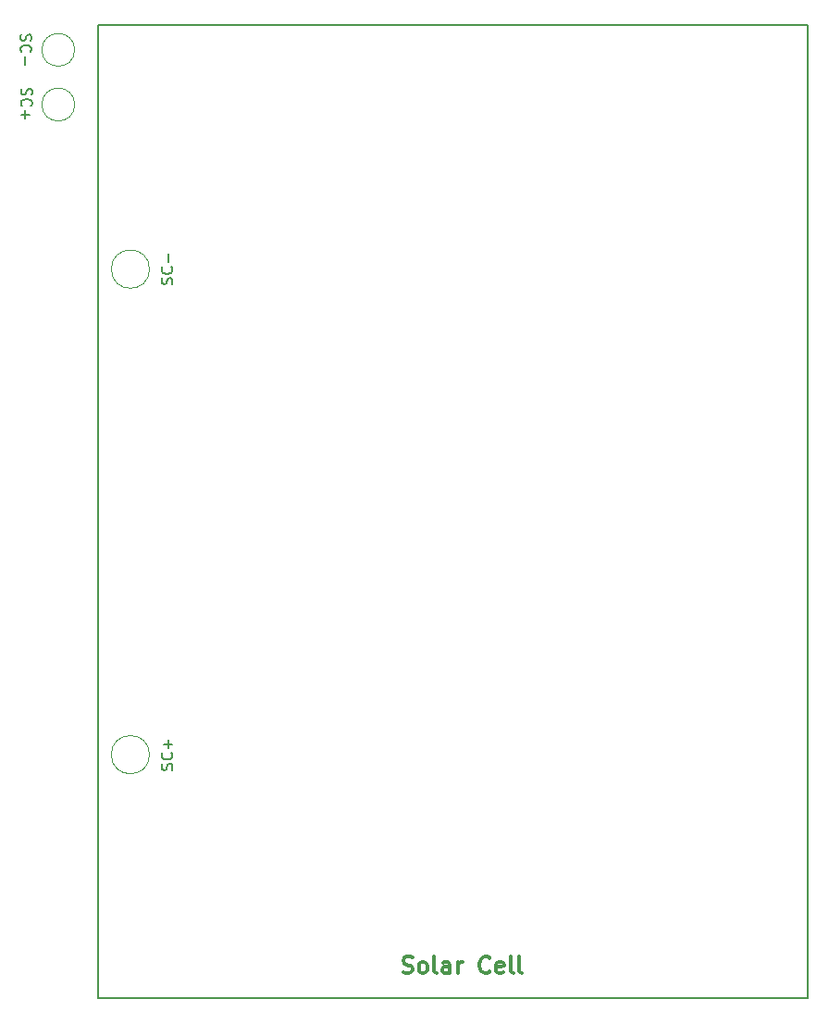
<source format=gto>
G04 #@! TF.GenerationSoftware,KiCad,Pcbnew,(6.0.5-0)*
G04 #@! TF.CreationDate,2022-12-26T00:11:25-05:00*
G04 #@! TF.ProjectId,solar-cell-pcbs-usb,736f6c61-722d-4636-956c-6c2d70636273,2*
G04 #@! TF.SameCoordinates,Original*
G04 #@! TF.FileFunction,Legend,Top*
G04 #@! TF.FilePolarity,Positive*
%FSLAX46Y46*%
G04 Gerber Fmt 4.6, Leading zero omitted, Abs format (unit mm)*
G04 Created by KiCad (PCBNEW (6.0.5-0)) date 2022-12-26 00:11:25*
%MOMM*%
%LPD*%
G01*
G04 APERTURE LIST*
%ADD10C,0.200000*%
%ADD11C,0.300000*%
%ADD12C,0.150000*%
%ADD13C,0.120000*%
%ADD14C,2.000000*%
%ADD15C,5.600000*%
%ADD16C,3.000000*%
G04 APERTURE END LIST*
D10*
X79600000Y-46000000D02*
X144600000Y-46000000D01*
X79600000Y-135000000D02*
X144600000Y-135000000D01*
X79600000Y-135000000D02*
X79600000Y-46000000D01*
X144600000Y-46000000D02*
X144600000Y-135000000D01*
D11*
X107557142Y-132607142D02*
X107771428Y-132678571D01*
X108128571Y-132678571D01*
X108271428Y-132607142D01*
X108342857Y-132535714D01*
X108414285Y-132392857D01*
X108414285Y-132250000D01*
X108342857Y-132107142D01*
X108271428Y-132035714D01*
X108128571Y-131964285D01*
X107842857Y-131892857D01*
X107700000Y-131821428D01*
X107628571Y-131750000D01*
X107557142Y-131607142D01*
X107557142Y-131464285D01*
X107628571Y-131321428D01*
X107700000Y-131250000D01*
X107842857Y-131178571D01*
X108200000Y-131178571D01*
X108414285Y-131250000D01*
X109271428Y-132678571D02*
X109128571Y-132607142D01*
X109057142Y-132535714D01*
X108985714Y-132392857D01*
X108985714Y-131964285D01*
X109057142Y-131821428D01*
X109128571Y-131750000D01*
X109271428Y-131678571D01*
X109485714Y-131678571D01*
X109628571Y-131750000D01*
X109700000Y-131821428D01*
X109771428Y-131964285D01*
X109771428Y-132392857D01*
X109700000Y-132535714D01*
X109628571Y-132607142D01*
X109485714Y-132678571D01*
X109271428Y-132678571D01*
X110628571Y-132678571D02*
X110485714Y-132607142D01*
X110414285Y-132464285D01*
X110414285Y-131178571D01*
X111842857Y-132678571D02*
X111842857Y-131892857D01*
X111771428Y-131750000D01*
X111628571Y-131678571D01*
X111342857Y-131678571D01*
X111200000Y-131750000D01*
X111842857Y-132607142D02*
X111700000Y-132678571D01*
X111342857Y-132678571D01*
X111200000Y-132607142D01*
X111128571Y-132464285D01*
X111128571Y-132321428D01*
X111200000Y-132178571D01*
X111342857Y-132107142D01*
X111700000Y-132107142D01*
X111842857Y-132035714D01*
X112557142Y-132678571D02*
X112557142Y-131678571D01*
X112557142Y-131964285D02*
X112628571Y-131821428D01*
X112700000Y-131750000D01*
X112842857Y-131678571D01*
X112985714Y-131678571D01*
X115485714Y-132535714D02*
X115414285Y-132607142D01*
X115200000Y-132678571D01*
X115057142Y-132678571D01*
X114842857Y-132607142D01*
X114700000Y-132464285D01*
X114628571Y-132321428D01*
X114557142Y-132035714D01*
X114557142Y-131821428D01*
X114628571Y-131535714D01*
X114700000Y-131392857D01*
X114842857Y-131250000D01*
X115057142Y-131178571D01*
X115200000Y-131178571D01*
X115414285Y-131250000D01*
X115485714Y-131321428D01*
X116700000Y-132607142D02*
X116557142Y-132678571D01*
X116271428Y-132678571D01*
X116128571Y-132607142D01*
X116057142Y-132464285D01*
X116057142Y-131892857D01*
X116128571Y-131750000D01*
X116271428Y-131678571D01*
X116557142Y-131678571D01*
X116700000Y-131750000D01*
X116771428Y-131892857D01*
X116771428Y-132035714D01*
X116057142Y-132178571D01*
X117628571Y-132678571D02*
X117485714Y-132607142D01*
X117414285Y-132464285D01*
X117414285Y-131178571D01*
X118414285Y-132678571D02*
X118271428Y-132607142D01*
X118200000Y-132464285D01*
X118200000Y-131178571D01*
D12*
X72645238Y-51795238D02*
X72597619Y-51938095D01*
X72597619Y-52176190D01*
X72645238Y-52271428D01*
X72692857Y-52319047D01*
X72788095Y-52366666D01*
X72883333Y-52366666D01*
X72978571Y-52319047D01*
X73026190Y-52271428D01*
X73073809Y-52176190D01*
X73121428Y-51985714D01*
X73169047Y-51890476D01*
X73216666Y-51842857D01*
X73311904Y-51795238D01*
X73407142Y-51795238D01*
X73502380Y-51842857D01*
X73550000Y-51890476D01*
X73597619Y-51985714D01*
X73597619Y-52223809D01*
X73550000Y-52366666D01*
X72692857Y-53366666D02*
X72645238Y-53319047D01*
X72597619Y-53176190D01*
X72597619Y-53080952D01*
X72645238Y-52938095D01*
X72740476Y-52842857D01*
X72835714Y-52795238D01*
X73026190Y-52747619D01*
X73169047Y-52747619D01*
X73359523Y-52795238D01*
X73454761Y-52842857D01*
X73550000Y-52938095D01*
X73597619Y-53080952D01*
X73597619Y-53176190D01*
X73550000Y-53319047D01*
X73502380Y-53366666D01*
X72978571Y-53795238D02*
X72978571Y-54557142D01*
X72597619Y-54176190D02*
X73359523Y-54176190D01*
X86404761Y-114104761D02*
X86452380Y-113961904D01*
X86452380Y-113723809D01*
X86404761Y-113628571D01*
X86357142Y-113580952D01*
X86261904Y-113533333D01*
X86166666Y-113533333D01*
X86071428Y-113580952D01*
X86023809Y-113628571D01*
X85976190Y-113723809D01*
X85928571Y-113914285D01*
X85880952Y-114009523D01*
X85833333Y-114057142D01*
X85738095Y-114104761D01*
X85642857Y-114104761D01*
X85547619Y-114057142D01*
X85500000Y-114009523D01*
X85452380Y-113914285D01*
X85452380Y-113676190D01*
X85500000Y-113533333D01*
X86357142Y-112533333D02*
X86404761Y-112580952D01*
X86452380Y-112723809D01*
X86452380Y-112819047D01*
X86404761Y-112961904D01*
X86309523Y-113057142D01*
X86214285Y-113104761D01*
X86023809Y-113152380D01*
X85880952Y-113152380D01*
X85690476Y-113104761D01*
X85595238Y-113057142D01*
X85500000Y-112961904D01*
X85452380Y-112819047D01*
X85452380Y-112723809D01*
X85500000Y-112580952D01*
X85547619Y-112533333D01*
X86071428Y-112104761D02*
X86071428Y-111342857D01*
X86452380Y-111723809D02*
X85690476Y-111723809D01*
X72595238Y-46845238D02*
X72547619Y-46988095D01*
X72547619Y-47226190D01*
X72595238Y-47321428D01*
X72642857Y-47369047D01*
X72738095Y-47416666D01*
X72833333Y-47416666D01*
X72928571Y-47369047D01*
X72976190Y-47321428D01*
X73023809Y-47226190D01*
X73071428Y-47035714D01*
X73119047Y-46940476D01*
X73166666Y-46892857D01*
X73261904Y-46845238D01*
X73357142Y-46845238D01*
X73452380Y-46892857D01*
X73500000Y-46940476D01*
X73547619Y-47035714D01*
X73547619Y-47273809D01*
X73500000Y-47416666D01*
X72642857Y-48416666D02*
X72595238Y-48369047D01*
X72547619Y-48226190D01*
X72547619Y-48130952D01*
X72595238Y-47988095D01*
X72690476Y-47892857D01*
X72785714Y-47845238D01*
X72976190Y-47797619D01*
X73119047Y-47797619D01*
X73309523Y-47845238D01*
X73404761Y-47892857D01*
X73500000Y-47988095D01*
X73547619Y-48130952D01*
X73547619Y-48226190D01*
X73500000Y-48369047D01*
X73452380Y-48416666D01*
X72928571Y-48845238D02*
X72928571Y-49607142D01*
X86404761Y-69679761D02*
X86452380Y-69536904D01*
X86452380Y-69298809D01*
X86404761Y-69203571D01*
X86357142Y-69155952D01*
X86261904Y-69108333D01*
X86166666Y-69108333D01*
X86071428Y-69155952D01*
X86023809Y-69203571D01*
X85976190Y-69298809D01*
X85928571Y-69489285D01*
X85880952Y-69584523D01*
X85833333Y-69632142D01*
X85738095Y-69679761D01*
X85642857Y-69679761D01*
X85547619Y-69632142D01*
X85500000Y-69584523D01*
X85452380Y-69489285D01*
X85452380Y-69251190D01*
X85500000Y-69108333D01*
X86357142Y-68108333D02*
X86404761Y-68155952D01*
X86452380Y-68298809D01*
X86452380Y-68394047D01*
X86404761Y-68536904D01*
X86309523Y-68632142D01*
X86214285Y-68679761D01*
X86023809Y-68727380D01*
X85880952Y-68727380D01*
X85690476Y-68679761D01*
X85595238Y-68632142D01*
X85500000Y-68536904D01*
X85452380Y-68394047D01*
X85452380Y-68298809D01*
X85500000Y-68155952D01*
X85547619Y-68108333D01*
X86071428Y-67679761D02*
X86071428Y-66917857D01*
D13*
X77500000Y-53250000D02*
G75*
G03*
X77500000Y-53250000I-1500000J0D01*
G01*
X84350000Y-112700000D02*
G75*
G03*
X84350000Y-112700000I-1750000J0D01*
G01*
X77500000Y-48250000D02*
G75*
G03*
X77500000Y-48250000I-1500000J0D01*
G01*
X84350000Y-68300000D02*
G75*
G03*
X84350000Y-68300000I-1750000J0D01*
G01*
%LPC*%
D14*
X75950000Y-53250000D03*
D15*
X98350000Y-138250000D03*
X84600000Y-42750000D03*
D16*
X82600000Y-112700000D03*
D15*
X139600000Y-138250000D03*
X84600000Y-138250000D03*
X125850000Y-42750000D03*
D14*
X76000000Y-48150000D03*
D16*
X82600000Y-68300000D03*
D15*
X139600000Y-42750000D03*
X98350000Y-42750000D03*
X125850000Y-138250000D03*
M02*

</source>
